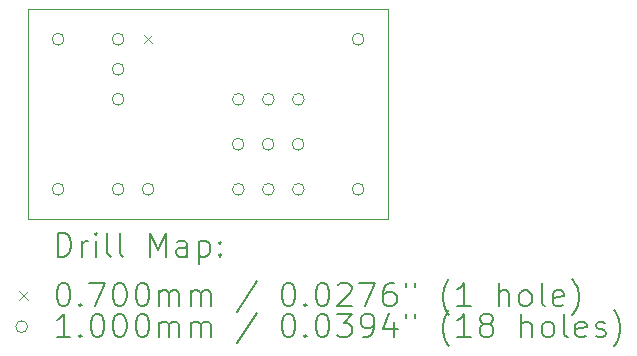
<source format=gbr>
%FSLAX45Y45*%
G04 Gerber Fmt 4.5, Leading zero omitted, Abs format (unit mm)*
G04 Created by KiCad (PCBNEW 6.0.4) date 2022-04-03 03:05:16*
%MOMM*%
%LPD*%
G01*
G04 APERTURE LIST*
%TA.AperFunction,Profile*%
%ADD10C,0.100000*%
%TD*%
%ADD11C,0.200000*%
%ADD12C,0.070000*%
%ADD13C,0.100000*%
G04 APERTURE END LIST*
D10*
X9144000Y-6604000D02*
X6096000Y-6604000D01*
X9144000Y-4826000D02*
X9144000Y-6604000D01*
X6096000Y-4826000D02*
X9144000Y-4826000D01*
X6096000Y-6604000D02*
X6096000Y-4826000D01*
D11*
D12*
X7077000Y-5045000D02*
X7147000Y-5115000D01*
X7147000Y-5045000D02*
X7077000Y-5115000D01*
D13*
X6400000Y-5080000D02*
G75*
G03*
X6400000Y-5080000I-50000J0D01*
G01*
X6400000Y-6350000D02*
G75*
G03*
X6400000Y-6350000I-50000J0D01*
G01*
X6908000Y-5080000D02*
G75*
G03*
X6908000Y-5080000I-50000J0D01*
G01*
X6908000Y-5334000D02*
G75*
G03*
X6908000Y-5334000I-50000J0D01*
G01*
X6908000Y-5588000D02*
G75*
G03*
X6908000Y-5588000I-50000J0D01*
G01*
X6908000Y-6350000D02*
G75*
G03*
X6908000Y-6350000I-50000J0D01*
G01*
X7162000Y-6350000D02*
G75*
G03*
X7162000Y-6350000I-50000J0D01*
G01*
X7924000Y-5969000D02*
G75*
G03*
X7924000Y-5969000I-50000J0D01*
G01*
X7925500Y-5588000D02*
G75*
G03*
X7925500Y-5588000I-50000J0D01*
G01*
X7925500Y-6350000D02*
G75*
G03*
X7925500Y-6350000I-50000J0D01*
G01*
X8178000Y-5969000D02*
G75*
G03*
X8178000Y-5969000I-50000J0D01*
G01*
X8179500Y-5588000D02*
G75*
G03*
X8179500Y-5588000I-50000J0D01*
G01*
X8179500Y-6350000D02*
G75*
G03*
X8179500Y-6350000I-50000J0D01*
G01*
X8432000Y-5969000D02*
G75*
G03*
X8432000Y-5969000I-50000J0D01*
G01*
X8433500Y-5588000D02*
G75*
G03*
X8433500Y-5588000I-50000J0D01*
G01*
X8433500Y-6350000D02*
G75*
G03*
X8433500Y-6350000I-50000J0D01*
G01*
X8940000Y-5080000D02*
G75*
G03*
X8940000Y-5080000I-50000J0D01*
G01*
X8940000Y-6350000D02*
G75*
G03*
X8940000Y-6350000I-50000J0D01*
G01*
D11*
X6348619Y-6919476D02*
X6348619Y-6719476D01*
X6396238Y-6719476D01*
X6424809Y-6729000D01*
X6443857Y-6748048D01*
X6453381Y-6767095D01*
X6462905Y-6805190D01*
X6462905Y-6833762D01*
X6453381Y-6871857D01*
X6443857Y-6890905D01*
X6424809Y-6909952D01*
X6396238Y-6919476D01*
X6348619Y-6919476D01*
X6548619Y-6919476D02*
X6548619Y-6786143D01*
X6548619Y-6824238D02*
X6558143Y-6805190D01*
X6567667Y-6795667D01*
X6586714Y-6786143D01*
X6605762Y-6786143D01*
X6672428Y-6919476D02*
X6672428Y-6786143D01*
X6672428Y-6719476D02*
X6662905Y-6729000D01*
X6672428Y-6738524D01*
X6681952Y-6729000D01*
X6672428Y-6719476D01*
X6672428Y-6738524D01*
X6796238Y-6919476D02*
X6777190Y-6909952D01*
X6767667Y-6890905D01*
X6767667Y-6719476D01*
X6901000Y-6919476D02*
X6881952Y-6909952D01*
X6872428Y-6890905D01*
X6872428Y-6719476D01*
X7129571Y-6919476D02*
X7129571Y-6719476D01*
X7196238Y-6862333D01*
X7262905Y-6719476D01*
X7262905Y-6919476D01*
X7443857Y-6919476D02*
X7443857Y-6814714D01*
X7434333Y-6795667D01*
X7415286Y-6786143D01*
X7377190Y-6786143D01*
X7358143Y-6795667D01*
X7443857Y-6909952D02*
X7424809Y-6919476D01*
X7377190Y-6919476D01*
X7358143Y-6909952D01*
X7348619Y-6890905D01*
X7348619Y-6871857D01*
X7358143Y-6852809D01*
X7377190Y-6843286D01*
X7424809Y-6843286D01*
X7443857Y-6833762D01*
X7539095Y-6786143D02*
X7539095Y-6986143D01*
X7539095Y-6795667D02*
X7558143Y-6786143D01*
X7596238Y-6786143D01*
X7615286Y-6795667D01*
X7624809Y-6805190D01*
X7634333Y-6824238D01*
X7634333Y-6881381D01*
X7624809Y-6900428D01*
X7615286Y-6909952D01*
X7596238Y-6919476D01*
X7558143Y-6919476D01*
X7539095Y-6909952D01*
X7720048Y-6900428D02*
X7729571Y-6909952D01*
X7720048Y-6919476D01*
X7710524Y-6909952D01*
X7720048Y-6900428D01*
X7720048Y-6919476D01*
X7720048Y-6795667D02*
X7729571Y-6805190D01*
X7720048Y-6814714D01*
X7710524Y-6805190D01*
X7720048Y-6795667D01*
X7720048Y-6814714D01*
D12*
X6021000Y-7214000D02*
X6091000Y-7284000D01*
X6091000Y-7214000D02*
X6021000Y-7284000D01*
D11*
X6386714Y-7139476D02*
X6405762Y-7139476D01*
X6424809Y-7149000D01*
X6434333Y-7158524D01*
X6443857Y-7177571D01*
X6453381Y-7215667D01*
X6453381Y-7263286D01*
X6443857Y-7301381D01*
X6434333Y-7320428D01*
X6424809Y-7329952D01*
X6405762Y-7339476D01*
X6386714Y-7339476D01*
X6367667Y-7329952D01*
X6358143Y-7320428D01*
X6348619Y-7301381D01*
X6339095Y-7263286D01*
X6339095Y-7215667D01*
X6348619Y-7177571D01*
X6358143Y-7158524D01*
X6367667Y-7149000D01*
X6386714Y-7139476D01*
X6539095Y-7320428D02*
X6548619Y-7329952D01*
X6539095Y-7339476D01*
X6529571Y-7329952D01*
X6539095Y-7320428D01*
X6539095Y-7339476D01*
X6615286Y-7139476D02*
X6748619Y-7139476D01*
X6662905Y-7339476D01*
X6862905Y-7139476D02*
X6881952Y-7139476D01*
X6901000Y-7149000D01*
X6910524Y-7158524D01*
X6920048Y-7177571D01*
X6929571Y-7215667D01*
X6929571Y-7263286D01*
X6920048Y-7301381D01*
X6910524Y-7320428D01*
X6901000Y-7329952D01*
X6881952Y-7339476D01*
X6862905Y-7339476D01*
X6843857Y-7329952D01*
X6834333Y-7320428D01*
X6824809Y-7301381D01*
X6815286Y-7263286D01*
X6815286Y-7215667D01*
X6824809Y-7177571D01*
X6834333Y-7158524D01*
X6843857Y-7149000D01*
X6862905Y-7139476D01*
X7053381Y-7139476D02*
X7072428Y-7139476D01*
X7091476Y-7149000D01*
X7101000Y-7158524D01*
X7110524Y-7177571D01*
X7120048Y-7215667D01*
X7120048Y-7263286D01*
X7110524Y-7301381D01*
X7101000Y-7320428D01*
X7091476Y-7329952D01*
X7072428Y-7339476D01*
X7053381Y-7339476D01*
X7034333Y-7329952D01*
X7024809Y-7320428D01*
X7015286Y-7301381D01*
X7005762Y-7263286D01*
X7005762Y-7215667D01*
X7015286Y-7177571D01*
X7024809Y-7158524D01*
X7034333Y-7149000D01*
X7053381Y-7139476D01*
X7205762Y-7339476D02*
X7205762Y-7206143D01*
X7205762Y-7225190D02*
X7215286Y-7215667D01*
X7234333Y-7206143D01*
X7262905Y-7206143D01*
X7281952Y-7215667D01*
X7291476Y-7234714D01*
X7291476Y-7339476D01*
X7291476Y-7234714D02*
X7301000Y-7215667D01*
X7320048Y-7206143D01*
X7348619Y-7206143D01*
X7367667Y-7215667D01*
X7377190Y-7234714D01*
X7377190Y-7339476D01*
X7472428Y-7339476D02*
X7472428Y-7206143D01*
X7472428Y-7225190D02*
X7481952Y-7215667D01*
X7501000Y-7206143D01*
X7529571Y-7206143D01*
X7548619Y-7215667D01*
X7558143Y-7234714D01*
X7558143Y-7339476D01*
X7558143Y-7234714D02*
X7567667Y-7215667D01*
X7586714Y-7206143D01*
X7615286Y-7206143D01*
X7634333Y-7215667D01*
X7643857Y-7234714D01*
X7643857Y-7339476D01*
X8034333Y-7129952D02*
X7862905Y-7387095D01*
X8291476Y-7139476D02*
X8310524Y-7139476D01*
X8329571Y-7149000D01*
X8339095Y-7158524D01*
X8348619Y-7177571D01*
X8358143Y-7215667D01*
X8358143Y-7263286D01*
X8348619Y-7301381D01*
X8339095Y-7320428D01*
X8329571Y-7329952D01*
X8310524Y-7339476D01*
X8291476Y-7339476D01*
X8272428Y-7329952D01*
X8262905Y-7320428D01*
X8253381Y-7301381D01*
X8243857Y-7263286D01*
X8243857Y-7215667D01*
X8253381Y-7177571D01*
X8262905Y-7158524D01*
X8272428Y-7149000D01*
X8291476Y-7139476D01*
X8443857Y-7320428D02*
X8453381Y-7329952D01*
X8443857Y-7339476D01*
X8434333Y-7329952D01*
X8443857Y-7320428D01*
X8443857Y-7339476D01*
X8577190Y-7139476D02*
X8596238Y-7139476D01*
X8615286Y-7149000D01*
X8624810Y-7158524D01*
X8634333Y-7177571D01*
X8643857Y-7215667D01*
X8643857Y-7263286D01*
X8634333Y-7301381D01*
X8624810Y-7320428D01*
X8615286Y-7329952D01*
X8596238Y-7339476D01*
X8577190Y-7339476D01*
X8558143Y-7329952D01*
X8548619Y-7320428D01*
X8539095Y-7301381D01*
X8529571Y-7263286D01*
X8529571Y-7215667D01*
X8539095Y-7177571D01*
X8548619Y-7158524D01*
X8558143Y-7149000D01*
X8577190Y-7139476D01*
X8720048Y-7158524D02*
X8729571Y-7149000D01*
X8748619Y-7139476D01*
X8796238Y-7139476D01*
X8815286Y-7149000D01*
X8824810Y-7158524D01*
X8834333Y-7177571D01*
X8834333Y-7196619D01*
X8824810Y-7225190D01*
X8710524Y-7339476D01*
X8834333Y-7339476D01*
X8901000Y-7139476D02*
X9034333Y-7139476D01*
X8948619Y-7339476D01*
X9196238Y-7139476D02*
X9158143Y-7139476D01*
X9139095Y-7149000D01*
X9129571Y-7158524D01*
X9110524Y-7187095D01*
X9101000Y-7225190D01*
X9101000Y-7301381D01*
X9110524Y-7320428D01*
X9120048Y-7329952D01*
X9139095Y-7339476D01*
X9177190Y-7339476D01*
X9196238Y-7329952D01*
X9205762Y-7320428D01*
X9215286Y-7301381D01*
X9215286Y-7253762D01*
X9205762Y-7234714D01*
X9196238Y-7225190D01*
X9177190Y-7215667D01*
X9139095Y-7215667D01*
X9120048Y-7225190D01*
X9110524Y-7234714D01*
X9101000Y-7253762D01*
X9291476Y-7139476D02*
X9291476Y-7177571D01*
X9367667Y-7139476D02*
X9367667Y-7177571D01*
X9662905Y-7415667D02*
X9653381Y-7406143D01*
X9634333Y-7377571D01*
X9624810Y-7358524D01*
X9615286Y-7329952D01*
X9605762Y-7282333D01*
X9605762Y-7244238D01*
X9615286Y-7196619D01*
X9624810Y-7168048D01*
X9634333Y-7149000D01*
X9653381Y-7120428D01*
X9662905Y-7110905D01*
X9843857Y-7339476D02*
X9729571Y-7339476D01*
X9786714Y-7339476D02*
X9786714Y-7139476D01*
X9767667Y-7168048D01*
X9748619Y-7187095D01*
X9729571Y-7196619D01*
X10081952Y-7339476D02*
X10081952Y-7139476D01*
X10167667Y-7339476D02*
X10167667Y-7234714D01*
X10158143Y-7215667D01*
X10139095Y-7206143D01*
X10110524Y-7206143D01*
X10091476Y-7215667D01*
X10081952Y-7225190D01*
X10291476Y-7339476D02*
X10272429Y-7329952D01*
X10262905Y-7320428D01*
X10253381Y-7301381D01*
X10253381Y-7244238D01*
X10262905Y-7225190D01*
X10272429Y-7215667D01*
X10291476Y-7206143D01*
X10320048Y-7206143D01*
X10339095Y-7215667D01*
X10348619Y-7225190D01*
X10358143Y-7244238D01*
X10358143Y-7301381D01*
X10348619Y-7320428D01*
X10339095Y-7329952D01*
X10320048Y-7339476D01*
X10291476Y-7339476D01*
X10472429Y-7339476D02*
X10453381Y-7329952D01*
X10443857Y-7310905D01*
X10443857Y-7139476D01*
X10624810Y-7329952D02*
X10605762Y-7339476D01*
X10567667Y-7339476D01*
X10548619Y-7329952D01*
X10539095Y-7310905D01*
X10539095Y-7234714D01*
X10548619Y-7215667D01*
X10567667Y-7206143D01*
X10605762Y-7206143D01*
X10624810Y-7215667D01*
X10634333Y-7234714D01*
X10634333Y-7253762D01*
X10539095Y-7272809D01*
X10701000Y-7415667D02*
X10710524Y-7406143D01*
X10729571Y-7377571D01*
X10739095Y-7358524D01*
X10748619Y-7329952D01*
X10758143Y-7282333D01*
X10758143Y-7244238D01*
X10748619Y-7196619D01*
X10739095Y-7168048D01*
X10729571Y-7149000D01*
X10710524Y-7120428D01*
X10701000Y-7110905D01*
D13*
X6091000Y-7513000D02*
G75*
G03*
X6091000Y-7513000I-50000J0D01*
G01*
D11*
X6453381Y-7603476D02*
X6339095Y-7603476D01*
X6396238Y-7603476D02*
X6396238Y-7403476D01*
X6377190Y-7432048D01*
X6358143Y-7451095D01*
X6339095Y-7460619D01*
X6539095Y-7584428D02*
X6548619Y-7593952D01*
X6539095Y-7603476D01*
X6529571Y-7593952D01*
X6539095Y-7584428D01*
X6539095Y-7603476D01*
X6672428Y-7403476D02*
X6691476Y-7403476D01*
X6710524Y-7413000D01*
X6720048Y-7422524D01*
X6729571Y-7441571D01*
X6739095Y-7479667D01*
X6739095Y-7527286D01*
X6729571Y-7565381D01*
X6720048Y-7584428D01*
X6710524Y-7593952D01*
X6691476Y-7603476D01*
X6672428Y-7603476D01*
X6653381Y-7593952D01*
X6643857Y-7584428D01*
X6634333Y-7565381D01*
X6624809Y-7527286D01*
X6624809Y-7479667D01*
X6634333Y-7441571D01*
X6643857Y-7422524D01*
X6653381Y-7413000D01*
X6672428Y-7403476D01*
X6862905Y-7403476D02*
X6881952Y-7403476D01*
X6901000Y-7413000D01*
X6910524Y-7422524D01*
X6920048Y-7441571D01*
X6929571Y-7479667D01*
X6929571Y-7527286D01*
X6920048Y-7565381D01*
X6910524Y-7584428D01*
X6901000Y-7593952D01*
X6881952Y-7603476D01*
X6862905Y-7603476D01*
X6843857Y-7593952D01*
X6834333Y-7584428D01*
X6824809Y-7565381D01*
X6815286Y-7527286D01*
X6815286Y-7479667D01*
X6824809Y-7441571D01*
X6834333Y-7422524D01*
X6843857Y-7413000D01*
X6862905Y-7403476D01*
X7053381Y-7403476D02*
X7072428Y-7403476D01*
X7091476Y-7413000D01*
X7101000Y-7422524D01*
X7110524Y-7441571D01*
X7120048Y-7479667D01*
X7120048Y-7527286D01*
X7110524Y-7565381D01*
X7101000Y-7584428D01*
X7091476Y-7593952D01*
X7072428Y-7603476D01*
X7053381Y-7603476D01*
X7034333Y-7593952D01*
X7024809Y-7584428D01*
X7015286Y-7565381D01*
X7005762Y-7527286D01*
X7005762Y-7479667D01*
X7015286Y-7441571D01*
X7024809Y-7422524D01*
X7034333Y-7413000D01*
X7053381Y-7403476D01*
X7205762Y-7603476D02*
X7205762Y-7470143D01*
X7205762Y-7489190D02*
X7215286Y-7479667D01*
X7234333Y-7470143D01*
X7262905Y-7470143D01*
X7281952Y-7479667D01*
X7291476Y-7498714D01*
X7291476Y-7603476D01*
X7291476Y-7498714D02*
X7301000Y-7479667D01*
X7320048Y-7470143D01*
X7348619Y-7470143D01*
X7367667Y-7479667D01*
X7377190Y-7498714D01*
X7377190Y-7603476D01*
X7472428Y-7603476D02*
X7472428Y-7470143D01*
X7472428Y-7489190D02*
X7481952Y-7479667D01*
X7501000Y-7470143D01*
X7529571Y-7470143D01*
X7548619Y-7479667D01*
X7558143Y-7498714D01*
X7558143Y-7603476D01*
X7558143Y-7498714D02*
X7567667Y-7479667D01*
X7586714Y-7470143D01*
X7615286Y-7470143D01*
X7634333Y-7479667D01*
X7643857Y-7498714D01*
X7643857Y-7603476D01*
X8034333Y-7393952D02*
X7862905Y-7651095D01*
X8291476Y-7403476D02*
X8310524Y-7403476D01*
X8329571Y-7413000D01*
X8339095Y-7422524D01*
X8348619Y-7441571D01*
X8358143Y-7479667D01*
X8358143Y-7527286D01*
X8348619Y-7565381D01*
X8339095Y-7584428D01*
X8329571Y-7593952D01*
X8310524Y-7603476D01*
X8291476Y-7603476D01*
X8272428Y-7593952D01*
X8262905Y-7584428D01*
X8253381Y-7565381D01*
X8243857Y-7527286D01*
X8243857Y-7479667D01*
X8253381Y-7441571D01*
X8262905Y-7422524D01*
X8272428Y-7413000D01*
X8291476Y-7403476D01*
X8443857Y-7584428D02*
X8453381Y-7593952D01*
X8443857Y-7603476D01*
X8434333Y-7593952D01*
X8443857Y-7584428D01*
X8443857Y-7603476D01*
X8577190Y-7403476D02*
X8596238Y-7403476D01*
X8615286Y-7413000D01*
X8624810Y-7422524D01*
X8634333Y-7441571D01*
X8643857Y-7479667D01*
X8643857Y-7527286D01*
X8634333Y-7565381D01*
X8624810Y-7584428D01*
X8615286Y-7593952D01*
X8596238Y-7603476D01*
X8577190Y-7603476D01*
X8558143Y-7593952D01*
X8548619Y-7584428D01*
X8539095Y-7565381D01*
X8529571Y-7527286D01*
X8529571Y-7479667D01*
X8539095Y-7441571D01*
X8548619Y-7422524D01*
X8558143Y-7413000D01*
X8577190Y-7403476D01*
X8710524Y-7403476D02*
X8834333Y-7403476D01*
X8767667Y-7479667D01*
X8796238Y-7479667D01*
X8815286Y-7489190D01*
X8824810Y-7498714D01*
X8834333Y-7517762D01*
X8834333Y-7565381D01*
X8824810Y-7584428D01*
X8815286Y-7593952D01*
X8796238Y-7603476D01*
X8739095Y-7603476D01*
X8720048Y-7593952D01*
X8710524Y-7584428D01*
X8929571Y-7603476D02*
X8967667Y-7603476D01*
X8986714Y-7593952D01*
X8996238Y-7584428D01*
X9015286Y-7555857D01*
X9024810Y-7517762D01*
X9024810Y-7441571D01*
X9015286Y-7422524D01*
X9005762Y-7413000D01*
X8986714Y-7403476D01*
X8948619Y-7403476D01*
X8929571Y-7413000D01*
X8920048Y-7422524D01*
X8910524Y-7441571D01*
X8910524Y-7489190D01*
X8920048Y-7508238D01*
X8929571Y-7517762D01*
X8948619Y-7527286D01*
X8986714Y-7527286D01*
X9005762Y-7517762D01*
X9015286Y-7508238D01*
X9024810Y-7489190D01*
X9196238Y-7470143D02*
X9196238Y-7603476D01*
X9148619Y-7393952D02*
X9101000Y-7536809D01*
X9224810Y-7536809D01*
X9291476Y-7403476D02*
X9291476Y-7441571D01*
X9367667Y-7403476D02*
X9367667Y-7441571D01*
X9662905Y-7679667D02*
X9653381Y-7670143D01*
X9634333Y-7641571D01*
X9624810Y-7622524D01*
X9615286Y-7593952D01*
X9605762Y-7546333D01*
X9605762Y-7508238D01*
X9615286Y-7460619D01*
X9624810Y-7432048D01*
X9634333Y-7413000D01*
X9653381Y-7384428D01*
X9662905Y-7374905D01*
X9843857Y-7603476D02*
X9729571Y-7603476D01*
X9786714Y-7603476D02*
X9786714Y-7403476D01*
X9767667Y-7432048D01*
X9748619Y-7451095D01*
X9729571Y-7460619D01*
X9958143Y-7489190D02*
X9939095Y-7479667D01*
X9929571Y-7470143D01*
X9920048Y-7451095D01*
X9920048Y-7441571D01*
X9929571Y-7422524D01*
X9939095Y-7413000D01*
X9958143Y-7403476D01*
X9996238Y-7403476D01*
X10015286Y-7413000D01*
X10024810Y-7422524D01*
X10034333Y-7441571D01*
X10034333Y-7451095D01*
X10024810Y-7470143D01*
X10015286Y-7479667D01*
X9996238Y-7489190D01*
X9958143Y-7489190D01*
X9939095Y-7498714D01*
X9929571Y-7508238D01*
X9920048Y-7527286D01*
X9920048Y-7565381D01*
X9929571Y-7584428D01*
X9939095Y-7593952D01*
X9958143Y-7603476D01*
X9996238Y-7603476D01*
X10015286Y-7593952D01*
X10024810Y-7584428D01*
X10034333Y-7565381D01*
X10034333Y-7527286D01*
X10024810Y-7508238D01*
X10015286Y-7498714D01*
X9996238Y-7489190D01*
X10272429Y-7603476D02*
X10272429Y-7403476D01*
X10358143Y-7603476D02*
X10358143Y-7498714D01*
X10348619Y-7479667D01*
X10329571Y-7470143D01*
X10301000Y-7470143D01*
X10281952Y-7479667D01*
X10272429Y-7489190D01*
X10481952Y-7603476D02*
X10462905Y-7593952D01*
X10453381Y-7584428D01*
X10443857Y-7565381D01*
X10443857Y-7508238D01*
X10453381Y-7489190D01*
X10462905Y-7479667D01*
X10481952Y-7470143D01*
X10510524Y-7470143D01*
X10529571Y-7479667D01*
X10539095Y-7489190D01*
X10548619Y-7508238D01*
X10548619Y-7565381D01*
X10539095Y-7584428D01*
X10529571Y-7593952D01*
X10510524Y-7603476D01*
X10481952Y-7603476D01*
X10662905Y-7603476D02*
X10643857Y-7593952D01*
X10634333Y-7574905D01*
X10634333Y-7403476D01*
X10815286Y-7593952D02*
X10796238Y-7603476D01*
X10758143Y-7603476D01*
X10739095Y-7593952D01*
X10729571Y-7574905D01*
X10729571Y-7498714D01*
X10739095Y-7479667D01*
X10758143Y-7470143D01*
X10796238Y-7470143D01*
X10815286Y-7479667D01*
X10824810Y-7498714D01*
X10824810Y-7517762D01*
X10729571Y-7536809D01*
X10901000Y-7593952D02*
X10920048Y-7603476D01*
X10958143Y-7603476D01*
X10977190Y-7593952D01*
X10986714Y-7574905D01*
X10986714Y-7565381D01*
X10977190Y-7546333D01*
X10958143Y-7536809D01*
X10929571Y-7536809D01*
X10910524Y-7527286D01*
X10901000Y-7508238D01*
X10901000Y-7498714D01*
X10910524Y-7479667D01*
X10929571Y-7470143D01*
X10958143Y-7470143D01*
X10977190Y-7479667D01*
X11053381Y-7679667D02*
X11062905Y-7670143D01*
X11081952Y-7641571D01*
X11091476Y-7622524D01*
X11101000Y-7593952D01*
X11110524Y-7546333D01*
X11110524Y-7508238D01*
X11101000Y-7460619D01*
X11091476Y-7432048D01*
X11081952Y-7413000D01*
X11062905Y-7384428D01*
X11053381Y-7374905D01*
M02*

</source>
